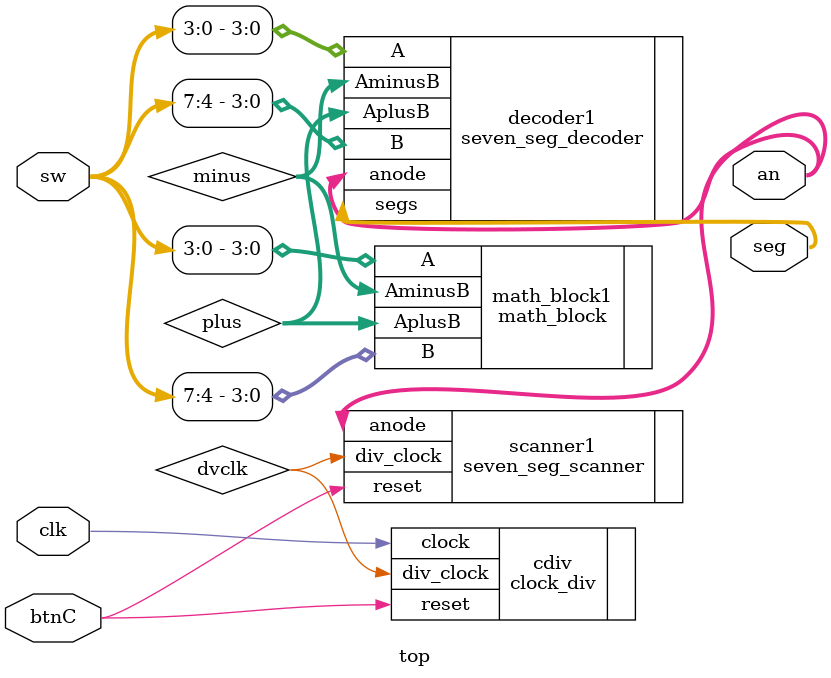
<source format=v>
module top
#(
    parameter DIVIDE_BY = 17 // Use this when passing in to your clock div!
    // The test bench will set it appropriately for testing
)
(
    input [7:0] sw, // A and B
    input clk, // 100 MHz board clock
    input btnC, // Reset
    output [3:0] an, // 7seg anodes
    output [6:0] seg // 7seg segments
);
    wire dvclk;

    clock_div cdiv(
        .clock(clk),
        .reset(btnC),
        .div_clock(dvclk)
    );
    
    seven_seg_scanner scanner1(
        .div_clock(dvclk),
        .reset(btnC),
        .anode(an[3:0])
    );
    wire [3:0] plus;
    wire [3:0] minus;
    
    math_block math_block1(
        .A(sw[3:0]),
        .B(sw[7:4]),
        .AplusB(plus),
        .AminusB(minus)
    );
    
    seven_seg_decoder decoder1(
        .A(sw[3:0]),
        .B(sw[7:4]),
        .AplusB(plus),
        .AminusB(minus),
        .anode(an[3:0]),
        .segs(seg[6:0])
    );

endmodule

</source>
